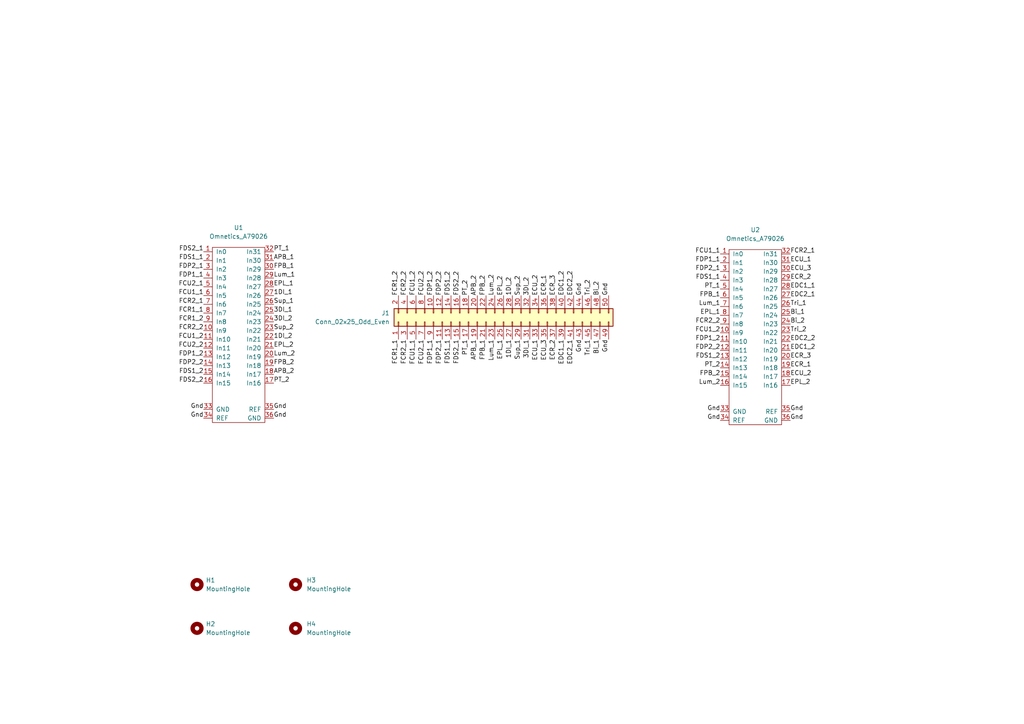
<source format=kicad_sch>
(kicad_sch (version 20211123) (generator eeschema)
  (paper "A4")
  (lib_symbols
    (symbol "Connector_Generic:Conn_02x25_Odd_Even" (pin_names (offset 1.016) hide)
      (property "Reference" "J" (at 1.27 33.02 0))
      (property "Value" "Conn_02x25_Odd_Even" (at 1.27 -33.02 0))
      (symbol "Conn_02x25_Odd_Even_1_1"
        (rectangle (start -1.27 -30.353) (end 0 -30.607) (stroke (width 0.1524)))
        (rectangle (start -1.27 -27.813) (end 0 -28.067) (stroke (width 0.1524)))
        (rectangle (start -1.27 -25.273) (end 0 -25.527) (stroke (width 0.1524)))
        (rectangle (start -1.27 -22.733) (end 0 -22.987) (stroke (width 0.1524)))
        (rectangle (start -1.27 -20.193) (end 0 -20.447) (stroke (width 0.1524)))
        (rectangle (start -1.27 -17.653) (end 0 -17.907) (stroke (width 0.1524)))
        (rectangle (start -1.27 -15.113) (end 0 -15.367) (stroke (width 0.1524)))
        (rectangle (start -1.27 -12.573) (end 0 -12.827) (stroke (width 0.1524)))
        (rectangle (start -1.27 -10.033) (end 0 -10.287) (stroke (width 0.1524)))
        (rectangle (start -1.27 -7.493) (end 0 -7.747) (stroke (width 0.1524)))
        (rectangle (start -1.27 -4.953) (end 0 -5.207) (stroke (width 0.1524)))
        (rectangle (start -1.27 -2.413) (end 0 -2.667) (stroke (width 0.1524)))
        (rectangle (start -1.27 0.127) (end 0 -0.127) (stroke (width 0.1524)))
        (rectangle (start -1.27 2.667) (end 0 2.413) (stroke (width 0.1524)))
        (rectangle (start -1.27 5.207) (end 0 4.953) (stroke (width 0.1524)))
        (rectangle (start -1.27 7.747) (end 0 7.493) (stroke (width 0.1524)))
        (rectangle (start -1.27 10.287) (end 0 10.033) (stroke (width 0.1524)))
        (rectangle (start -1.27 12.827) (end 0 12.573) (stroke (width 0.1524)))
        (rectangle (start -1.27 15.367) (end 0 15.113) (stroke (width 0.1524)))
        (rectangle (start -1.27 17.907) (end 0 17.653) (stroke (width 0.1524)))
        (rectangle (start -1.27 20.447) (end 0 20.193) (stroke (width 0.1524)))
        (rectangle (start -1.27 22.987) (end 0 22.733) (stroke (width 0.1524)))
        (rectangle (start -1.27 25.527) (end 0 25.273) (stroke (width 0.1524)))
        (rectangle (start -1.27 28.067) (end 0 27.813) (stroke (width 0.1524)))
        (rectangle (start -1.27 30.607) (end 0 30.353) (stroke (width 0.1524)))
        (rectangle (start -1.27 31.75) (end 3.81 -31.75) (stroke (width 0.254)) (fill (type background)))
        (rectangle (start 3.81 -30.353) (end 2.54 -30.607) (stroke (width 0.1524)))
        (rectangle (start 3.81 -27.813) (end 2.54 -28.067) (stroke (width 0.1524)))
        (rectangle (start 3.81 -25.273) (end 2.54 -25.527) (stroke (width 0.1524)))
        (rectangle (start 3.81 -22.733) (end 2.54 -22.987) (stroke (width 0.1524)))
        (rectangle (start 3.81 -20.193) (end 2.54 -20.447) (stroke (width 0.1524)))
        (rectangle (start 3.81 -17.653) (end 2.54 -17.907) (stroke (width 0.1524)))
        (rectangle (start 3.81 -15.113) (end 2.54 -15.367) (stroke (width 0.1524)))
        (rectangle (start 3.81 -12.573) (end 2.54 -12.827) (stroke (width 0.1524)))
        (rectangle (start 3.81 -10.033) (end 2.54 -10.287) (stroke (width 0.1524)))
        (rectangle (start 3.81 -7.493) (end 2.54 -7.747) (stroke (width 0.1524)))
        (rectangle (start 3.81 -4.953) (end 2.54 -5.207) (stroke (width 0.1524)))
        (rectangle (start 3.81 -2.413) (end 2.54 -2.667) (stroke (width 0.1524)))
        (rectangle (start 3.81 0.127) (end 2.54 -0.127) (stroke (width 0.1524)))
        (rectangle (start 3.81 2.667) (end 2.54 2.413) (stroke (width 0.1524)))
        (rectangle (start 3.81 5.207) (end 2.54 4.953) (stroke (width 0.1524)))
        (rectangle (start 3.81 7.747) (end 2.54 7.493) (stroke (width 0.1524)))
        (rectangle (start 3.81 10.287) (end 2.54 10.033) (stroke (width 0.1524)))
        (rectangle (start 3.81 12.827) (end 2.54 12.573) (stroke (width 0.1524)))
        (rectangle (start 3.81 15.367) (end 2.54 15.113) (stroke (width 0.1524)))
        (rectangle (start 3.81 17.907) (end 2.54 17.653) (stroke (width 0.1524)))
        (rectangle (start 3.81 20.447) (end 2.54 20.193) (stroke (width 0.1524)))
        (rectangle (start 3.81 22.987) (end 2.54 22.733) (stroke (width 0.1524)))
        (rectangle (start 3.81 25.527) (end 2.54 25.273) (stroke (width 0.1524)))
        (rectangle (start 3.81 28.067) (end 2.54 27.813) (stroke (width 0.1524)))
        (rectangle (start 3.81 30.607) (end 2.54 30.353) (stroke (width 0.1524)))
        (pin passive line (at -5.08 30.48 0) (length 3.81) (name "Pin_1") (number "1"))
        (pin passive line (at 7.62 20.32 180) (length 3.81) (name "Pin_10") (number "10"))
        (pin passive line (at -5.08 17.78 0) (length 3.81) (name "Pin_11") (number "11"))
        (pin passive line (at 7.62 17.78 180) (length 3.81) (name "Pin_12") (number "12"))
        (pin passive line (at -5.08 15.24 0) (length 3.81) (name "Pin_13") (number "13"))
        (pin passive line (at 7.62 15.24 180) (length 3.81) (name "Pin_14") (number "14"))
        (pin passive line (at -5.08 12.7 0) (length 3.81) (name "Pin_15") (number "15"))
        (pin passive line (at 7.62 12.7 180) (length 3.81) (name "Pin_16") (number "16"))
        (pin passive line (at -5.08 10.16 0) (length 3.81) (name "Pin_17") (number "17"))
        (pin passive line (at 7.62 10.16 180) (length 3.81) (name "Pin_18") (number "18"))
        (pin passive line (at -5.08 7.62 0) (length 3.81) (name "Pin_19") (number "19"))
        (pin passive line (at 7.62 30.48 180) (length 3.81) (name "Pin_2") (number "2"))
        (pin passive line (at 7.62 7.62 180) (length 3.81) (name "Pin_20") (number "20"))
        (pin passive line (at -5.08 5.08 0) (length 3.81) (name "Pin_21") (number "21"))
        (pin passive line (at 7.62 5.08 180) (length 3.81) (name "Pin_22") (number "22"))
        (pin passive line (at -5.08 2.54 0) (length 3.81) (name "Pin_23") (number "23"))
        (pin passive line (at 7.62 2.54 180) (length 3.81) (name "Pin_24") (number "24"))
        (pin passive line (at -5.08 0 0) (length 3.81) (name "Pin_25") (number "25"))
        (pin passive line (at 7.62 0 180) (length 3.81) (name "Pin_26") (number "26"))
        (pin passive line (at -5.08 -2.54 0) (length 3.81) (name "Pin_27") (number "27"))
        (pin passive line (at 7.62 -2.54 180) (length 3.81) (name "Pin_28") (number "28"))
        (pin passive line (at -5.08 -5.08 0) (length 3.81) (name "Pin_29") (number "29"))
        (pin passive line (at -5.08 27.94 0) (length 3.81) (name "Pin_3") (number "3"))
        (pin passive line (at 7.62 -5.08 180) (length 3.81) (name "Pin_30") (number "30"))
        (pin passive line (at -5.08 -7.62 0) (length 3.81) (name "Pin_31") (number "31"))
        (pin passive line (at 7.62 -7.62 180) (length 3.81) (name "Pin_32") (number "32"))
        (pin passive line (at -5.08 -10.16 0) (length 3.81) (name "Pin_33") (number "33"))
        (pin passive line (at 7.62 -10.16 180) (length 3.81) (name "Pin_34") (number "34"))
        (pin passive line (at -5.08 -12.7 0) (length 3.81) (name "Pin_35") (number "35"))
        (pin passive line (at 7.62 -12.7 180) (length 3.81) (name "Pin_36") (number "36"))
        (pin passive line (at -5.08 -15.24 0) (length 3.81) (name "Pin_37") (number "37"))
        (pin passive line (at 7.62 -15.24 180) (length 3.81) (name "Pin_38") (number "38"))
        (pin passive line (at -5.08 -17.78 0) (length 3.81) (name "Pin_39") (number "39"))
        (pin passive line (at 7.62 27.94 180) (length 3.81) (name "Pin_4") (number "4"))
        (pin passive line (at 7.62 -17.78 180) (length 3.81) (name "Pin_40") (number "40"))
        (pin passive line (at -5.08 -20.32 0) (length 3.81) (name "Pin_41") (number "41"))
        (pin passive line (at 7.62 -20.32 180) (length 3.81) (name "Pin_42") (number "42"))
        (pin passive line (at -5.08 -22.86 0) (length 3.81) (name "Pin_43") (number "43"))
        (pin passive line (at 7.62 -22.86 180) (length 3.81) (name "Pin_44") (number "44"))
        (pin passive line (at -5.08 -25.4 0) (length 3.81) (name "Pin_45") (number "45"))
        (pin passive line (at 7.62 -25.4 180) (length 3.81) (name "Pin_46") (number "46"))
        (pin passive line (at -5.08 -27.94 0) (length 3.81) (name "Pin_47") (number "47"))
        (pin passive line (at 7.62 -27.94 180) (length 3.81) (name "Pin_48") (number "48"))
        (pin passive line (at -5.08 -30.48 0) (length 3.81) (name "Pin_49") (number "49"))
        (pin passive line (at -5.08 25.4 0) (length 3.81) (name "Pin_5") (number "5"))
        (pin passive line (at 7.62 -30.48 180) (length 3.81) (name "Pin_50") (number "50"))
        (pin passive line (at 7.62 25.4 180) (length 3.81) (name "Pin_6") (number "6"))
        (pin passive line (at -5.08 22.86 0) (length 3.81) (name "Pin_7") (number "7"))
        (pin passive line (at 7.62 22.86 180) (length 3.81) (name "Pin_8") (number "8"))
        (pin passive line (at -5.08 20.32 0) (length 3.81) (name "Pin_9") (number "9"))
      )
    )
    (symbol "EMG_wireless_interconnect_library:Omnetics_A79026" (pin_names (offset 1.016))
      (property "Reference" "U" (at 1.27 2.54 0))
      (property "Value" "Omnetics_A79026" (at 0 0 0))
      (symbol "Omnetics_A79026_0_1"
        (rectangle (start -7.62 -2.54) (end 7.62 -53.34))
      )
      (symbol "Omnetics_A79026_1_1"
        (pin input line (at -10.16 -3.81 0) (length 2.54) (name "In0") (number "1"))
        (pin input line (at -10.16 -26.67 0) (length 2.54) (name "In9") (number "10"))
        (pin input line (at -10.16 -29.21 0) (length 2.54) (name "In10") (number "11"))
        (pin input line (at -10.16 -31.75 0) (length 2.54) (name "In11") (number "12"))
        (pin input line (at -10.16 -34.29 0) (length 2.54) (name "In12") (number "13"))
        (pin input line (at -10.16 -36.83 0) (length 2.54) (name "In13") (number "14"))
        (pin input line (at -10.16 -39.37 0) (length 2.54) (name "In14") (number "15"))
        (pin input line (at -10.16 -41.91 0) (length 2.54) (name "In15") (number "16"))
        (pin input line (at 10.16 -41.91 180) (length 2.54) (name "In16") (number "17"))
        (pin input line (at 10.16 -39.37 180) (length 2.54) (name "In17") (number "18"))
        (pin input line (at 10.16 -36.83 180) (length 2.54) (name "In18") (number "19"))
        (pin input line (at -10.16 -6.35 0) (length 2.54) (name "In1") (number "2"))
        (pin input line (at 10.16 -34.29 180) (length 2.54) (name "In19") (number "20"))
        (pin input line (at 10.16 -31.75 180) (length 2.54) (name "In20") (number "21"))
        (pin input line (at 10.16 -29.21 180) (length 2.54) (name "In21") (number "22"))
        (pin input line (at 10.16 -26.67 180) (length 2.54) (name "In22") (number "23"))
        (pin input line (at 10.16 -24.13 180) (length 2.54) (name "In23") (number "24"))
        (pin input line (at 10.16 -21.59 180) (length 2.54) (name "In24") (number "25"))
        (pin input line (at 10.16 -19.05 180) (length 2.54) (name "In25") (number "26"))
        (pin input line (at 10.16 -16.51 180) (length 2.54) (name "In26") (number "27"))
        (pin input line (at 10.16 -13.97 180) (length 2.54) (name "In27") (number "28"))
        (pin input line (at 10.16 -11.43 180) (length 2.54) (name "In28") (number "29"))
        (pin input line (at -10.16 -8.89 0) (length 2.54) (name "In2") (number "3"))
        (pin input line (at 10.16 -8.89 180) (length 2.54) (name "In29") (number "30"))
        (pin input line (at 10.16 -6.35 180) (length 2.54) (name "In30") (number "31"))
        (pin input line (at 10.16 -3.81 180) (length 2.54) (name "In31") (number "32"))
        (pin bidirectional line (at -10.16 -49.53 0) (length 2.54) (name "GND") (number "33"))
        (pin bidirectional line (at -10.16 -52.07 0) (length 2.54) (name "REF") (number "34"))
        (pin bidirectional line (at 10.16 -49.53 180) (length 2.54) (name "REF") (number "35"))
        (pin bidirectional line (at 10.16 -52.07 180) (length 2.54) (name "GND") (number "36"))
        (pin input line (at -10.16 -11.43 0) (length 2.54) (name "In3") (number "4"))
        (pin input line (at -10.16 -13.97 0) (length 2.54) (name "In4") (number "5"))
        (pin input line (at -10.16 -16.51 0) (length 2.54) (name "In5") (number "6"))
        (pin input line (at -10.16 -19.05 0) (length 2.54) (name "In6") (number "7"))
        (pin input line (at -10.16 -21.59 0) (length 2.54) (name "In7") (number "8"))
        (pin input line (at -10.16 -24.13 0) (length 2.54) (name "In8") (number "9"))
      )
    )
    (symbol "Mechanical:MountingHole" (pin_names (offset 1.016))
      (property "Reference" "H" (at 0 5.08 0))
      (property "Value" "MountingHole" (at 0 3.175 0))
      (symbol "MountingHole_0_1"
        (circle (center 0 0) (radius 1.27) (stroke (width 1.27)))
      )
    )
  )
  (label "3DI_1" (at 79.375 90.805 0))
  (label "3DI_1" (at 153.67 98.425 270))
  (label "FDS2_1" (at 59.055 73.025 180))
  (label "FDS1_2" (at 130.81 85.725 90))
  (label "Lum_1" (at 143.51 98.425 270))
  (label "Lum_2" (at 208.915 111.76 180))
  (label "FCU2_1" (at 123.19 98.425 270))
  (label "Lum_2" (at 79.375 103.505 0))
  (label "3DI_2" (at 79.375 93.345 0))
  (label "Lum_1" (at 208.915 88.9 180))
  (label "FCR2_2" (at 118.11 85.725 90))
  (label "FCR2_1" (at 229.235 73.66 0))
  (label "EPL_1" (at 79.375 83.185 0))
  (label "FPB_1" (at 79.375 78.105 0))
  (label "FCU1_1" (at 208.915 73.66 180))
  (label "FCU1_2" (at 120.65 85.725 90))
  (label "Lum_1" (at 79.375 80.645 0))
  (label "ECR_1" (at 229.235 106.68 0))
  (label "FDS1_2" (at 208.915 104.14 180))
  (label "Tri_1" (at 171.45 98.425 270))
  (label "FDP2_2" (at 128.27 85.725 90))
  (label "Bi_2" (at 173.99 85.725 90))
  (label "Bi_2" (at 229.235 93.98 0))
  (label "FCR2_1" (at 59.055 88.265 180))
  (label "1DI_1" (at 148.59 98.425 270))
  (label "APB_2" (at 79.375 108.585 0))
  (label "FDP1_2" (at 59.055 103.505 180))
  (label "FDP1_1" (at 208.915 76.2 180))
  (label "FDP1_2" (at 125.73 85.725 90))
  (label "EDC2_2" (at 166.37 85.725 90))
  (label "FDS1_1" (at 130.81 98.425 270))
  (label "FDS2_2" (at 59.055 111.125 180))
  (label "PT_1" (at 208.915 83.82 180))
  (label "Tri_1" (at 229.235 88.9 0))
  (label "ECU_3" (at 158.75 98.425 270))
  (label "Gnd" (at 176.53 85.725 90))
  (label "Gnd" (at 208.915 119.38 180))
  (label "PT_2" (at 79.375 111.125 0))
  (label "Bi_1" (at 173.99 98.425 270))
  (label "FCR1_1" (at 59.055 90.805 180))
  (label "ECU_3" (at 229.235 78.74 0))
  (label "Gnd" (at 229.235 119.38 0))
  (label "Tri_2" (at 229.235 96.52 0))
  (label "Sup_1" (at 79.375 88.265 0))
  (label "Sup_1" (at 151.13 98.425 270))
  (label "FDP2_1" (at 59.055 78.105 180))
  (label "FPB_2" (at 208.915 109.22 180))
  (label "ECR_2" (at 229.235 81.28 0))
  (label "FDP1_1" (at 59.055 80.645 180))
  (label "1DI_2" (at 148.59 85.725 90))
  (label "FCU2_1" (at 59.055 83.185 180))
  (label "FCU1_1" (at 120.65 98.425 270))
  (label "Bi_1" (at 229.235 91.44 0))
  (label "EPL_2" (at 79.375 100.965 0))
  (label "FCU2_2" (at 59.055 100.965 180))
  (label "EPL_1" (at 208.915 91.44 180))
  (label "FDS1_2" (at 59.055 108.585 180))
  (label "EPL_1" (at 146.05 98.425 270))
  (label "EPL_2" (at 146.05 85.725 90))
  (label "Gnd" (at 168.91 85.725 90))
  (label "FCU1_2" (at 208.915 96.52 180))
  (label "Gnd" (at 79.375 118.745 0))
  (label "PT_1" (at 135.89 98.425 270))
  (label "FDP1_1" (at 125.73 98.425 270))
  (label "Gnd" (at 168.91 98.425 270))
  (label "PT_2" (at 208.915 106.68 180))
  (label "1DI_1" (at 79.375 85.725 0))
  (label "FPB_1" (at 208.915 86.36 180))
  (label "EDC2_1" (at 166.37 98.425 270))
  (label "Gnd" (at 79.375 121.285 0))
  (label "Gnd" (at 229.235 121.92 0))
  (label "FPB_2" (at 79.375 106.045 0))
  (label "ECU_1" (at 229.235 76.2 0))
  (label "FDP2_2" (at 208.915 101.6 180))
  (label "EDC1_1" (at 229.235 83.82 0))
  (label "FDP2_1" (at 208.915 78.74 180))
  (label "Lum_2" (at 143.51 85.725 90))
  (label "PT_2" (at 135.89 85.725 90))
  (label "ECR_2" (at 161.29 98.425 270))
  (label "FCR1_2" (at 115.57 85.725 90))
  (label "EDC1_2" (at 163.83 85.725 90))
  (label "FCU1_2" (at 59.055 98.425 180))
  (label "FDP2_2" (at 59.055 106.045 180))
  (label "3DI_2" (at 153.67 85.725 90))
  (label "FPB_2" (at 140.97 85.725 90))
  (label "FCU2_2" (at 123.19 85.725 90))
  (label "FDP1_2" (at 208.915 99.06 180))
  (label "Gnd" (at 208.915 121.92 180))
  (label "FCR1_2" (at 59.055 93.345 180))
  (label "ECU_2" (at 229.235 109.22 0))
  (label "EPL_2" (at 229.235 111.76 0))
  (label "FCU1_1" (at 59.055 85.725 180))
  (label "APB_2" (at 138.43 85.725 90))
  (label "Sup_2" (at 151.13 85.725 90))
  (label "FCR2_2" (at 59.055 95.885 180))
  (label "FDS2_1" (at 133.35 98.425 270))
  (label "ECR_1" (at 158.75 85.725 90))
  (label "APB_1" (at 138.43 98.425 270))
  (label "Gnd" (at 59.055 118.745 180))
  (label "Sup_2" (at 79.375 95.885 0))
  (label "ECU_1" (at 156.21 98.425 270))
  (label "EDC1_2" (at 229.235 101.6 0))
  (label "FDS1_1" (at 208.915 81.28 180))
  (label "EDC2_1" (at 229.235 86.36 0))
  (label "FPB_1" (at 140.97 98.425 270))
  (label "PT_1" (at 79.375 73.025 0))
  (label "Gnd" (at 176.53 98.425 270))
  (label "FDS1_1" (at 59.055 75.565 180))
  (label "ECU_2" (at 156.21 85.725 90))
  (label "APB_1" (at 79.375 75.565 0))
  (label "EDC2_2" (at 229.235 99.06 0))
  (label "1DI_2" (at 79.375 98.425 0))
  (label "ECR_3" (at 161.29 85.725 90))
  (label "FDP2_1" (at 128.27 98.425 270))
  (label "ECR_3" (at 229.235 104.14 0))
  (label "EDC1_1" (at 163.83 98.425 270))
  (label "FCR2_2" (at 208.915 93.98 180))
  (label "FCR2_1" (at 118.11 98.425 270))
  (label "Gnd" (at 59.055 121.285 180))
  (label "Tri_2" (at 171.45 85.725 90))
  (label "FDS2_2" (at 133.35 85.725 90))
  (label "FCR1_1" (at 115.57 98.425 270))
  (symbol (lib_id "Mechanical:MountingHole") (at 57.15 169.545 0) (unit 1)
    (property "Reference" "H1" (at 59.69 168.2749 0) (effects (justify left)))
    (property "Value" "MountingHole" (at 59.69 170.815 0) (effects (justify left)))
    (property "Footprint" "MountingHole:MountingHole_3mm_Pad" (effects hide))
  )
  (symbol (lib_id "EMG_wireless_interconnect_library:Omnetics_A79026") (at 219.075 69.85 0) (unit 1)
    (property "Reference" "U2" (at 219.075 66.675 0))
    (property "Value" "Omnetics_A79026" (at 219.075 69.215 0))
    (property "Footprint" "Libraries:Omnetics_A97022" (effects hide))
  )
  (symbol (lib_id "Mechanical:MountingHole") (at 57.15 182.245 0) (unit 1)
    (property "Reference" "H2" (at 59.69 180.9749 0) (effects (justify left)))
    (property "Value" "MountingHole" (at 59.69 183.5149 0) (effects (justify left)))
    (property "Footprint" "MountingHole:MountingHole_3mm_Pad" (effects hide))
  )
  (symbol (lib_id "Mechanical:MountingHole") (at 85.725 182.245 0) (unit 1)
    (property "Reference" "H4" (at 88.9 180.9749 0) (effects (justify left)))
    (property "Value" "MountingHole" (at 88.9 183.5149 0) (effects (justify left)))
    (property "Footprint" "MountingHole:MountingHole_3mm_Pad" (effects hide))
  )
  (symbol (lib_id "Connector_Generic:Conn_02x25_Odd_Even") (at 146.05 93.345 90) (unit 1)
    (property "Reference" "J1" (at 113.03 90.8049 90) (effects (justify left)))
    (property "Value" "Conn_02x25_Odd_Even" (at 113.03 93.3449 90) (effects (justify left)))
    (property "Footprint" "Connector_PinHeader_1.27mm:PinHeader_2x25_P1.27mm_Vertical" (effects hide))
  )
  (symbol (lib_id "EMG_wireless_interconnect_library:Omnetics_A79026") (at 69.215 69.215 0) (unit 1)
    (property "Reference" "U1" (at 69.215 66.04 0))
    (property "Value" "Omnetics_A79026" (at 69.215 68.58 0))
    (property "Footprint" "Libraries:Omnetics_A97022" (effects hide))
  )
  (symbol (lib_id "Mechanical:MountingHole") (at 85.725 169.545 0) (unit 1)
    (property "Reference" "H3" (at 88.9 168.2749 0) (effects (justify left)))
    (property "Value" "MountingHole" (at 88.9 170.8149 0) (effects (justify left)))
    (property "Footprint" "MountingHole:MountingHole_3mm_Pad" (effects hide))
  )
)
</source>
